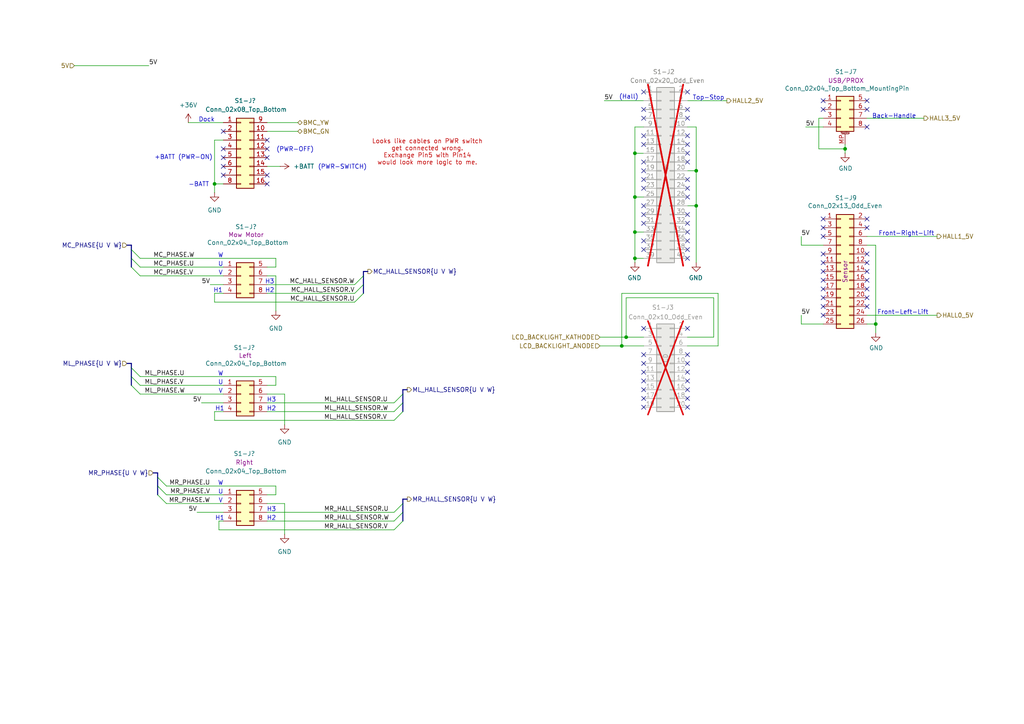
<source format=kicad_sch>
(kicad_sch (version 20250114) (generator "eeschema") (generator_version "9.0")
  (paper "A4")
  (title_block (title "OpenMower SABO Mainboard for Series I & II") (date "2025-02-26") (rev "v0.1") (company "Apeheanger <joerg@ebeling.ws> for OpenMower") (comment 1 "This design is licensed under CC BY-NC 4.0"))
  (lib_symbols
    (symbol "Connector_Generic:Conn_02x04_Top_Bottom" (pin_names (offset 1.016) (hide yes))
      (property "Reference" "J" (at 1.27 5.08 0))
      (property "Value" "Conn_02x04_Top_Bottom" (at 1.27 -7.62 0))
      (symbol "Conn_02x04_Top_Bottom_1_1"
        (rectangle (start -1.27 3.81) (end 3.81 -6.35) (stroke (width 0.254)) (fill (type background)))
        (rectangle (start -1.27 2.667) (end 0 2.413) (stroke (width 0.1524)))
        (rectangle (start -1.27 0.127) (end 0 -0.127) (stroke (width 0.1524)))
        (rectangle (start -1.27 -2.413) (end 0 -2.667) (stroke (width 0.1524)))
        (rectangle (start -1.27 -4.953) (end 0 -5.207) (stroke (width 0.1524)))
        (rectangle (start 3.81 2.667) (end 2.54 2.413) (stroke (width 0.1524)))
        (rectangle (start 3.81 0.127) (end 2.54 -0.127) (stroke (width 0.1524)))
        (rectangle (start 3.81 -2.413) (end 2.54 -2.667) (stroke (width 0.1524)))
        (rectangle (start 3.81 -4.953) (end 2.54 -5.207) (stroke (width 0.1524)))
        (pin passive line (at -5.08 2.54 0) (length 3.81) (name "Pin_1") (number "1"))
        (pin passive line (at -5.08 0 0) (length 3.81) (name "Pin_2") (number "2"))
        (pin passive line (at -5.08 -2.54 0) (length 3.81) (name "Pin_3") (number "3"))
        (pin passive line (at -5.08 -5.08 0) (length 3.81) (name "Pin_4") (number "4"))
        (pin passive line (at 7.62 2.54 180) (length 3.81) (name "Pin_5") (number "5"))
        (pin passive line (at 7.62 0 180) (length 3.81) (name "Pin_6") (number "6"))
        (pin passive line (at 7.62 -2.54 180) (length 3.81) (name "Pin_7") (number "7"))
        (pin passive line (at 7.62 -5.08 180) (length 3.81) (name "Pin_8") (number "8"))
      )
    )
    (symbol "Connector_Generic:Conn_02x08_Top_Bottom" (pin_names (offset 1.016) (hide yes))
      (property "Reference" "J" (at 1.27 10.16 0))
      (property "Value" "Conn_02x08_Top_Bottom" (at 1.27 -12.7 0))
      (symbol "Conn_02x08_Top_Bottom_1_1"
        (rectangle (start -1.27 8.89) (end 3.81 -11.43) (stroke (width 0.254)) (fill (type background)))
        (rectangle (start -1.27 7.747) (end 0 7.493) (stroke (width 0.1524)))
        (rectangle (start -1.27 5.207) (end 0 4.953) (stroke (width 0.1524)))
        (rectangle (start -1.27 2.667) (end 0 2.413) (stroke (width 0.1524)))
        (rectangle (start -1.27 0.127) (end 0 -0.127) (stroke (width 0.1524)))
        (rectangle (start -1.27 -2.413) (end 0 -2.667) (stroke (width 0.1524)))
        (rectangle (start -1.27 -4.953) (end 0 -5.207) (stroke (width 0.1524)))
        (rectangle (start -1.27 -7.493) (end 0 -7.747) (stroke (width 0.1524)))
        (rectangle (start -1.27 -10.033) (end 0 -10.287) (stroke (width 0.1524)))
        (rectangle (start 3.81 7.747) (end 2.54 7.493) (stroke (width 0.1524)))
        (rectangle (start 3.81 5.207) (end 2.54 4.953) (stroke (width 0.1524)))
        (rectangle (start 3.81 2.667) (end 2.54 2.413) (stroke (width 0.1524)))
        (rectangle (start 3.81 0.127) (end 2.54 -0.127) (stroke (width 0.1524)))
        (rectangle (start 3.81 -2.413) (end 2.54 -2.667) (stroke (width 0.1524)))
        (rectangle (start 3.81 -4.953) (end 2.54 -5.207) (stroke (width 0.1524)))
        (rectangle (start 3.81 -7.493) (end 2.54 -7.747) (stroke (width 0.1524)))
        (rectangle (start 3.81 -10.033) (end 2.54 -10.287) (stroke (width 0.1524)))
        (pin passive line (at -5.08 7.62 0) (length 3.81) (name "Pin_1") (number "1"))
        (pin passive line (at -5.08 5.08 0) (length 3.81) (name "Pin_2") (number "2"))
        (pin passive line (at -5.08 2.54 0) (length 3.81) (name "Pin_3") (number "3"))
        (pin passive line (at -5.08 0 0) (length 3.81) (name "Pin_4") (number "4"))
        (pin passive line (at -5.08 -2.54 0) (length 3.81) (name "Pin_5") (number "5"))
        (pin passive line (at -5.08 -5.08 0) (length 3.81) (name "Pin_6") (number "6"))
        (pin passive line (at -5.08 -7.62 0) (length 3.81) (name "Pin_7") (number "7"))
        (pin passive line (at -5.08 -10.16 0) (length 3.81) (name "Pin_8") (number "8"))
        (pin passive line (at 7.62 7.62 180) (length 3.81) (name "Pin_9") (number "9"))
        (pin passive line (at 7.62 5.08 180) (length 3.81) (name "Pin_10") (number "10"))
        (pin passive line (at 7.62 2.54 180) (length 3.81) (name "Pin_11") (number "11"))
        (pin passive line (at 7.62 0 180) (length 3.81) (name "Pin_12") (number "12"))
        (pin passive line (at 7.62 -2.54 180) (length 3.81) (name "Pin_13") (number "13"))
        (pin passive line (at 7.62 -5.08 180) (length 3.81) (name "Pin_14") (number "14"))
        (pin passive line (at 7.62 -7.62 180) (length 3.81) (name "Pin_15") (number "15"))
        (pin passive line (at 7.62 -10.16 180) (length 3.81) (name "Pin_16") (number "16"))
      )
    )
    (symbol "Connector_Generic:Conn_02x10_Odd_Even" (pin_names (offset 1.016) (hide yes))
      (property "Reference" "J" (at 1.27 12.7 0))
      (property "Value" "Conn_02x10_Odd_Even" (at 1.27 -15.24 0))
      (symbol "Conn_02x10_Odd_Even_1_1"
        (rectangle (start -1.27 11.43) (end 3.81 -13.97) (stroke (width 0.254)) (fill (type background)))
        (rectangle (start -1.27 10.287) (end 0 10.033) (stroke (width 0.1524)))
        (rectangle (start -1.27 7.747) (end 0 7.493) (stroke (width 0.1524)))
        (rectangle (start -1.27 5.207) (end 0 4.953) (stroke (width 0.1524)))
        (rectangle (start -1.27 2.667) (end 0 2.413) (stroke (width 0.1524)))
        (rectangle (start -1.27 0.127) (end 0 -0.127) (stroke (width 0.1524)))
        (rectangle (start -1.27 -2.413) (end 0 -2.667) (stroke (width 0.1524)))
        (rectangle (start -1.27 -4.953) (end 0 -5.207) (stroke (width 0.1524)))
        (rectangle (start -1.27 -7.493) (end 0 -7.747) (stroke (width 0.1524)))
        (rectangle (start -1.27 -10.033) (end 0 -10.287) (stroke (width 0.1524)))
        (rectangle (start -1.27 -12.573) (end 0 -12.827) (stroke (width 0.1524)))
        (rectangle (start 3.81 10.287) (end 2.54 10.033) (stroke (width 0.1524)))
        (rectangle (start 3.81 7.747) (end 2.54 7.493) (stroke (width 0.1524)))
        (rectangle (start 3.81 5.207) (end 2.54 4.953) (stroke (width 0.1524)))
        (rectangle (start 3.81 2.667) (end 2.54 2.413) (stroke (width 0.1524)))
        (rectangle (start 3.81 0.127) (end 2.54 -0.127) (stroke (width 0.1524)))
        (rectangle (start 3.81 -2.413) (end 2.54 -2.667) (stroke (width 0.1524)))
        (rectangle (start 3.81 -4.953) (end 2.54 -5.207) (stroke (width 0.1524)))
        (rectangle (start 3.81 -7.493) (end 2.54 -7.747) (stroke (width 0.1524)))
        (rectangle (start 3.81 -10.033) (end 2.54 -10.287) (stroke (width 0.1524)))
        (rectangle (start 3.81 -12.573) (end 2.54 -12.827) (stroke (width 0.1524)))
        (pin passive line (at -5.08 10.16 0) (length 3.81) (name "Pin_1") (number "1"))
        (pin passive line (at -5.08 7.62 0) (length 3.81) (name "Pin_3") (number "3"))
        (pin passive line (at -5.08 5.08 0) (length 3.81) (name "Pin_5") (number "5"))
        (pin passive line (at -5.08 2.54 0) (length 3.81) (name "Pin_7") (number "7"))
        (pin passive line (at -5.08 0 0) (length 3.81) (name "Pin_9") (number "9"))
        (pin passive line (at -5.08 -2.54 0) (length 3.81) (name "Pin_11") (number "11"))
        (pin passive line (at -5.08 -5.08 0) (length 3.81) (name "Pin_13") (number "13"))
        (pin passive line (at -5.08 -7.62 0) (length 3.81) (name "Pin_15") (number "15"))
        (pin passive line (at -5.08 -10.16 0) (length 3.81) (name "Pin_17") (number "17"))
        (pin passive line (at -5.08 -12.7 0) (length 3.81) (name "Pin_19") (number "19"))
        (pin passive line (at 7.62 10.16 180) (length 3.81) (name "Pin_2") (number "2"))
        (pin passive line (at 7.62 7.62 180) (length 3.81) (name "Pin_4") (number "4"))
        (pin passive line (at 7.62 5.08 180) (length 3.81) (name "Pin_6") (number "6"))
        (pin passive line (at 7.62 2.54 180) (length 3.81) (name "Pin_8") (number "8"))
        (pin passive line (at 7.62 0 180) (length 3.81) (name "Pin_10") (number "10"))
        (pin passive line (at 7.62 -2.54 180) (length 3.81) (name "Pin_12") (number "12"))
        (pin passive line (at 7.62 -5.08 180) (length 3.81) (name "Pin_14") (number "14"))
        (pin passive line (at 7.62 -7.62 180) (length 3.81) (name "Pin_16") (number "16"))
        (pin passive line (at 7.62 -10.16 180) (length 3.81) (name "Pin_18") (number "18"))
        (pin passive line (at 7.62 -12.7 180) (length 3.81) (name "Pin_20") (number "20"))
      )
    )
    (symbol "Connector_Generic:Conn_02x13_Odd_Even" (pin_names (offset 1.016) (hide yes))
      (property "Reference" "J" (at 1.27 17.78 0))
      (property "Value" "Conn_02x13_Odd_Even" (at 1.27 -17.78 0))
      (symbol "Conn_02x13_Odd_Even_1_1"
        (rectangle (start -1.27 16.51) (end 3.81 -16.51) (stroke (width 0.254)) (fill (type background)))
        (rectangle (start -1.27 15.367) (end 0 15.113) (stroke (width 0.1524)))
        (rectangle (start -1.27 12.827) (end 0 12.573) (stroke (width 0.1524)))
        (rectangle (start -1.27 10.287) (end 0 10.033) (stroke (width 0.1524)))
        (rectangle (start -1.27 7.747) (end 0 7.493) (stroke (width 0.1524)))
        (rectangle (start -1.27 5.207) (end 0 4.953) (stroke (width 0.1524)))
        (rectangle (start -1.27 2.667) (end 0 2.413) (stroke (width 0.1524)))
        (rectangle (start -1.27 0.127) (end 0 -0.127) (stroke (width 0.1524)))
        (rectangle (start -1.27 -2.413) (end 0 -2.667) (stroke (width 0.1524)))
        (rectangle (start -1.27 -4.953) (end 0 -5.207) (stroke (width 0.1524)))
        (rectangle (start -1.27 -7.493) (end 0 -7.747) (stroke (width 0.1524)))
        (rectangle (start -1.27 -10.033) (end 0 -10.287) (stroke (width 0.1524)))
        (rectangle (start -1.27 -12.573) (end 0 -12.827) (stroke (width 0.1524)))
        (rectangle (start -1.27 -15.113) (end 0 -15.367) (stroke (width 0.1524)))
        (rectangle (start 3.81 15.367) (end 2.54 15.113) (stroke (width 0.1524)))
        (rectangle (start 3.81 12.827) (end 2.54 12.573) (stroke (width 0.1524)))
        (rectangle (start 3.81 10.287) (end 2.54 10.033) (stroke (width 0.1524)))
        (rectangle (start 3.81 7.747) (end 2.54 7.493) (stroke (width 0.1524)))
        (rectangle (start 3.81 5.207) (end 2.54 4.953) (stroke (width 0.1524)))
        (rectangle (start 3.81 2.667) (end 2.54 2.413) (stroke (width 0.1524)))
        (rectangle (start 3.81 0.127) (end 2.54 -0.127) (stroke (width 0.1524)))
        (rectangle (start 3.81 -2.413) (end 2.54 -2.667) (stroke (width 0.1524)))
        (rectangle (start 3.81 -4.953) (end 2.54 -5.207) (stroke (width 0.1524)))
        (rectangle (start 3.81 -7.493) (end 2.54 -7.747) (stroke (width 0.1524)))
        (rectangle (start 3.81 -10.033) (end 2.54 -10.287) (stroke (width 0.1524)))
        (rectangle (start 3.81 -12.573) (end 2.54 -12.827) (stroke (width 0.1524)))
        (rectangle (start 3.81 -15.113) (end 2.54 -15.367) (stroke (width 0.1524)))
        (pin passive line (at -5.08 15.24 0) (length 3.81) (name "Pin_1") (number "1"))
        (pin passive line (at -5.08 12.7 0) (length 3.81) (name "Pin_3") (number "3"))
        (pin passive line (at -5.08 10.16 0) (length 3.81) (name "Pin_5") (number "5"))
        (pin passive line (at -5.08 7.62 0) (length 3.81) (name "Pin_7") (number "7"))
        (pin passive line (at -5.08 5.08 0) (length 3.81) (name "Pin_9") (number "9"))
        (pin passive line (at -5.08 2.54 0) (length 3.81) (name "Pin_11") (number "11"))
        (pin passive line (at -5.08 0 0) (length 3.81) (name "Pin_13") (number "13"))
        (pin passive line (at -5.08 -2.54 0) (length 3.81) (name "Pin_15") (number "15"))
        (pin passive line (at -5.08 -5.08 0) (length 3.81) (name "Pin_17") (number "17"))
        (pin passive line (at -5.08 -7.62 0) (length 3.81) (name "Pin_19") (number "19"))
        (pin passive line (at -5.08 -10.16 0) (length 3.81) (name "Pin_21") (number "21"))
        (pin passive line (at -5.08 -12.7 0) (length 3.81) (name "Pin_23") (number "23"))
        (pin passive line (at -5.08 -15.24 0) (length 3.81) (name "Pin_25") (number "25"))
        (pin passive line (at 7.62 15.24 180) (length 3.81) (name "Pin_2") (number "2"))
        (pin passive line (at 7.62 12.7 180) (length 3.81) (name "Pin_4") (number "4"))
        (pin passive line (at 7.62 10.16 180) (length 3.81) (name "Pin_6") (number "6"))
        (pin passive line (at 7.62 7.62 180) (length 3.81) (name "Pin_8") (number "8"))
        (pin passive line (at 7.62 5.08 180) (length 3.81) (name "Pin_10") (number "10"))
        (pin passive line (at 7.62 2.54 180) (length 3.81) (name "Pin_12") (number "12"))
        (pin passive line (at 7.62 0 180) (length 3.81) (name "Pin_14") (number "14"))
        (pin passive line (at 7.62 -2.54 180) (length 3.81) (name "Pin_16") (number "16"))
        (pin passive line (at 7.62 -5.08 180) (length 3.81) (name "Pin_18") (number "18"))
        (pin passive line (at 7.62 -7.62 180) (length 3.81) (name "Pin_20") (number "20"))
        (pin passive line (at 7.62 -10.16 180) (length 3.81) (name "Pin_22") (number "22"))
        (pin passive line (at 7.62 -12.7 180) (length 3.81) (name "Pin_24") (number "24"))
        (pin passive line (at 7.62 -15.24 180) (length 3.81) (name "Pin_26") (number "26"))
      )
    )
    (symbol "Connector_Generic:Conn_02x20_Odd_Even" (pin_names (offset 1.016) (hide yes))
      (property "Reference" "J" (at 1.27 25.4 0))
      (property "Value" "Conn_02x20_Odd_Even" (at 1.27 -27.94 0))
      (symbol "Conn_02x20_Odd_Even_1_1"
        (rectangle (start -1.27 24.13) (end 3.81 -26.67) (stroke (width 0.254)) (fill (type background)))
        (rectangle (start -1.27 22.987) (end 0 22.733) (stroke (width 0.1524)))
        (rectangle (start -1.27 20.447) (end 0 20.193) (stroke (width 0.1524)))
        (rectangle (start -1.27 17.907) (end 0 17.653) (stroke (width 0.1524)))
        (rectangle (start -1.27 15.367) (end 0 15.113) (stroke (width 0.1524)))
        (rectangle (start -1.27 12.827) (end 0 12.573) (stroke (width 0.1524)))
        (rectangle (start -1.27 10.287) (end 0 10.033) (stroke (width 0.1524)))
        (rectangle (start -1.27 7.747) (end 0 7.493) (stroke (width 0.1524)))
        (rectangle (start -1.27 5.207) (end 0 4.953) (stroke (width 0.1524)))
        (rectangle (start -1.27 2.667) (end 0 2.413) (stroke (width 0.1524)))
        (rectangle (start -1.27 0.127) (end 0 -0.127) (stroke (width 0.1524)))
        (rectangle (start -1.27 -2.413) (end 0 -2.667) (stroke (width 0.1524)))
        (rectangle (start -1.27 -4.953) (end 0 -5.207) (stroke (width 0.1524)))
        (rectangle (start -1.27 -7.493) (end 0 -7.747) (stroke (width 0.1524)))
        (rectangle (start -1.27 -10.033) (end 0 -10.287) (stroke (width 0.1524)))
        (rectangle (start -1.27 -12.573) (end 0 -12.827) (stroke (width 0.1524)))
        (rectangle (start -1.27 -15.113) (end 0 -15.367) (stroke (width 0.1524)))
        (rectangle (start -1.27 -17.653) (end 0 -17.907) (stroke (width 0.1524)))
        (rectangle (start -1.27 -20.193) (end 0 -20.447) (stroke (width 0.1524)))
        (rectangle (start -1.27 -22.733) (end 0 -22.987) (stroke (width 0.1524)))
        (rectangle (start -1.27 -25.273) (end 0 -25.527) (stroke (width 0.1524)))
        (rectangle (start 3.81 22.987) (end 2.54 22.733) (stroke (width 0.1524)))
        (rectangle (start 3.81 20.447) (end 2.54 20.193) (stroke (width 0.1524)))
        (rectangle (start 3.81 17.907) (end 2.54 17.653) (stroke (width 0.1524)))
        (rectangle (start 3.81 15.367) (end 2.54 15.113) (stroke (width 0.1524)))
        (rectangle (start 3.81 12.827) (end 2.54 12.573) (stroke (width 0.1524)))
        (rectangle (start 3.81 10.287) (end 2.54 10.033) (stroke (width 0.1524)))
        (rectangle (start 3.81 7.747) (end 2.54 7.493) (stroke (width 0.1524)))
        (rectangle (start 3.81 5.207) (end 2.54 4.953) (stroke (width 0.1524)))
        (rectangle (start 3.81 2.667) (end 2.54 2.413) (stroke (width 0.1524)))
        (rectangle (start 3.81 0.127) (end 2.54 -0.127) (stroke (width 0.1524)))
        (rectangle (start 3.81 -2.413) (end 2.54 -2.667) (stroke (width 0.1524)))
        (rectangle (start 3.81 -4.953) (end 2.54 -5.207) (stroke (width 0.1524)))
        (rectangle (start 3.81 -7.493) (end 2.54 -7.747) (stroke (width 0.1524)))
        (rectangle (start 3.81 -10.033) (end 2.54 -10.287) (stroke (width 0.1524)))
        (rectangle (start 3.81 -12.573) (end 2.54 -12.827) (stroke (width 0.1524)))
        (rectangle (start 3.81 -15.113) (end 2.54 -15.367) (stroke (width 0.1524)))
        (rectangle (start 3.81 -17.653) (end 2.54 -17.907) (stroke (width 0.1524)))
        (rectangle (start 3.81 -20.193) (end 2.54 -20.447) (stroke (width 0.1524)))
        (rectangle (start 3.81 -22.733) (end 2.54 -22.987) (stroke (width 0.1524)))
        (rectangle (start 3.81 -25.273) (end 2.54 -25.527) (stroke (width 0.1524)))
        (pin passive line (at -5.08 22.86 0) (length 3.81) (name "Pin_1") (number "1"))
        (pin passive line (at -5.08 20.32 0) (length 3.81) (name "Pin_3") (number "3"))
        (pin passive line (at -5.08 17.78 0) (length 3.81) (name "Pin_5") (number "5"))
        (pin passive line (at -5.08 15.24 0) (length 3.81) (name "Pin_7") (number "7"))
        (pin passive line (at -5.08 12.7 0) (length 3.81) (name "Pin_9") (number "9"))
        (pin passive line (at -5.08 10.16 0) (length 3.81) (name "Pin_11") (number "11"))
        (pin passive line (at -5.08 7.62 0) (length 3.81) (name "Pin_13") (number "13"))
        (pin passive line (at -5.08 5.08 0) (length 3.81) (name "Pin_15") (number "15"))
        (pin passive line (at -5.08 2.54 0) (length 3.81) (name "Pin_17") (number "17"))
        (pin passive line (at -5.08 0 0) (length 3.81) (name "Pin_19") (number "19"))
        (pin passive line (at -5.08 -2.54 0) (length 3.81) (name "Pin_21") (number "21"))
        (pin passive line (at -5.08 -5.08 0) (length 3.81) (name "Pin_23") (number "23"))
        (pin passive line (at -5.08 -7.62 0) (length 3.81) (name "Pin_25") (number "25"))
        (pin passive line (at -5.08 -10.16 0) (length 3.81) (name "Pin_27") (number "27"))
        (pin passive line (at -5.08 -12.7 0) (length 3.81) (name "Pin_29") (number "29"))
        (pin passive line (at -5.08 -15.24 0) (length 3.81) (name "Pin_31") (number "31"))
        (pin passive line (at -5.08 -17.78 0) (length 3.81) (name "Pin_33") (number "33"))
        (pin passive line (at -5.08 -20.32 0) (length 3.81) (name "Pin_35") (number "35"))
        (pin passive line (at -5.08 -22.86 0) (length 3.81) (name "Pin_37") (number "37"))
        (pin passive line (at -5.08 -25.4 0) (length 3.81) (name "Pin_39") (number "39"))
        (pin passive line (at 7.62 22.86 180) (length 3.81) (name "Pin_2") (number "2"))
        (pin passive line (at 7.62 20.32 180) (length 3.81) (name "Pin_4") (number "4"))
        (pin passive line (at 7.62 17.78 180) (length 3.81) (name "Pin_6") (number "6"))
        (pin passive line (at 7.62 15.24 180) (length 3.81) (name "Pin_8") (number "8"))
        (pin passive line (at 7.62 12.7 180) (length 3.81) (name "Pin_10") (number "10"))
        (pin passive line (at 7.62 10.16 180) (length 3.81) (name "Pin_12") (number "12"))
        (pin passive line (at 7.62 7.62 180) (length 3.81) (name "Pin_14") (number "14"))
        (pin passive line (at 7.62 5.08 180) (length 3.81) (name "Pin_16") (number "16"))
        (pin passive line (at 7.62 2.54 180) (length 3.81) (name "Pin_18") (number "18"))
        (pin passive line (at 7.62 0 180) (length 3.81) (name "Pin_20") (number "20"))
        (pin passive line (at 7.62 -2.54 180) (length 3.81) (name "Pin_22") (number "22"))
        (pin passive line (at 7.62 -5.08 180) (length 3.81) (name "Pin_24") (number "24"))
        (pin passive line (at 7.62 -7.62 180) (length 3.81) (name "Pin_26") (number "26"))
        (pin passive line (at 7.62 -10.16 180) (length 3.81) (name "Pin_28") (number "28"))
        (pin passive line (at 7.62 -12.7 180) (length 3.81) (name "Pin_30") (number "30"))
        (pin passive line (at 7.62 -15.24 180) (length 3.81) (name "Pin_32") (number "32"))
        (pin passive line (at 7.62 -17.78 180) (length 3.81) (name "Pin_34") (number "34"))
        (pin passive line (at 7.62 -20.32 180) (length 3.81) (name "Pin_36") (number "36"))
        (pin passive line (at 7.62 -22.86 180) (length 3.81) (name "Pin_38") (number "38"))
        (pin passive line (at 7.62 -25.4 180) (length 3.81) (name "Pin_40") (number "40"))
      )
    )
    (symbol "Connector_Generic_MountingPin:Conn_02x04_Top_Bottom_MountingPin" (pin_names (offset 1.016) (hide yes))
      (property "Reference" "J" (at 1.27 5.08 0))
      (property "Value" "Conn_02x04_Top_Bottom_MountingPin" (at 2.54 -7.62 0))
      (symbol "Conn_02x04_Top_Bottom_MountingPin_1_1"
        (rectangle (start -1.27 3.81) (end 3.81 -6.35) (stroke (width 0.254)) (fill (type background)))
        (rectangle (start -1.27 2.667) (end 0 2.413) (stroke (width 0.1524)))
        (rectangle (start -1.27 0.127) (end 0 -0.127) (stroke (width 0.1524)))
        (rectangle (start -1.27 -2.413) (end 0 -2.667) (stroke (width 0.1524)))
        (rectangle (start -1.27 -4.953) (end 0 -5.207) (stroke (width 0.1524)))
        (polyline (pts (xy 0.254 -7.112) (xy 2.286 -7.112)) (stroke (width 0.1524)))
        (rectangle (start 3.81 2.667) (end 2.54 2.413) (stroke (width 0.1524)))
        (rectangle (start 3.81 0.127) (end 2.54 -0.127) (stroke (width 0.1524)))
        (rectangle (start 3.81 -2.413) (end 2.54 -2.667) (stroke (width 0.1524)))
        (rectangle (start 3.81 -4.953) (end 2.54 -5.207) (stroke (width 0.1524)))
        (text "Mounting" (at 1.27 -6.731 0) (effects (font (size 0.381 0.381))))
        (pin passive line (at -5.08 2.54 0) (length 3.81) (name "Pin_1") (number "1"))
        (pin passive line (at -5.08 0 0) (length 3.81) (name "Pin_2") (number "2"))
        (pin passive line (at -5.08 -2.54 0) (length 3.81) (name "Pin_3") (number "3"))
        (pin passive line (at -5.08 -5.08 0) (length 3.81) (name "Pin_4") (number "4"))
        (pin passive line (at 1.27 -10.16 90) (length 3.048) (name "MountPin") (number "MP"))
        (pin passive line (at 7.62 2.54 180) (length 3.81) (name "Pin_5") (number "5"))
        (pin passive line (at 7.62 0 180) (length 3.81) (name "Pin_6") (number "6"))
        (pin passive line (at 7.62 -2.54 180) (length 3.81) (name "Pin_7") (number "7"))
        (pin passive line (at 7.62 -5.08 180) (length 3.81) (name "Pin_8") (number "8"))
      )
    )
    (symbol "power:+36V" (power) (pin_numbers (hide yes)) (pin_names (offset 0) (hide yes))
      (property "Value" "+36V" (at 0 3.556 0))
      (symbol "+36V_0_1"
        (polyline (pts (xy -0.762 1.27) (xy 0 2.54)))
        (polyline (pts (xy 0 2.54) (xy 0.762 1.27)))
        (polyline (pts (xy 0 0) (xy 0 2.54)))
      )
      (symbol "+36V_1_1"
        (pin power_in line (at 0 0 90) (length 0) (name "~") (number "1"))
      )
    )
    (symbol "power:+BATT" (power) (pin_numbers (hide yes)) (pin_names (offset 0) (hide yes))
      (property "Value" "+BATT" (at 0 3.556 0))
      (symbol "+BATT_0_1"
        (polyline (pts (xy -0.762 1.27) (xy 0 2.54)))
        (polyline (pts (xy 0 2.54) (xy 0.762 1.27)))
        (polyline (pts (xy 0 0) (xy 0 2.54)))
      )
      (symbol "+BATT_1_1"
        (pin power_in line (at 0 0 90) (length 0) (name "~") (number "1"))
      )
    )
    (symbol "power:GND" (power) (pin_numbers (hide yes)) (pin_names (offset 0) (hide yes))
      (property "Value" "GND" (at 0 -3.81 0))
      (symbol "GND_0_1"
        (polyline (pts (xy 0 0) (xy 0 -1.27) (xy 1.27 -1.27) (xy 0 -2.54) (xy -1.27 -1.27) (xy 0 -1.27)))
      )
      (symbol "GND_1_1"
        (pin power_in line (at 0 0 270) (length 0) (name "~") (number "1"))
      )
    )
  )
  (text "H2" (at 78.232 84.328 0) (effects (font (size 1.27 1.27))))
  (text "(PWR-SWITCH)" (at 99.314 48.514 0) (effects (font (size 1.27 1.27))))
  (text "(PWR-OFF)" (at 85.598 43.434 0) (effects (font (size 1.27 1.27))))
  (text "H3" (at 78.74 147.828 0) (effects (font (size 1.27 1.27))))
  (text "H1" (at 63.754 150.368 0) (effects (font (size 1.27 1.27))))
  (text "Back-Handle" (at 259.334 33.782 0) (effects (font (size 1.27 1.27))))
  (text "+BATT (PWR-ON)" (at 61.722 45.72 0) (effects (font (size 1.27 1.27)) (justify right)))
  (text "U" (at 64.008 110.998 0) (effects (font (size 1.27 1.27))))
  (text "V" (at 64.008 79.248 0) (effects (font (size 1.27 1.27))))
  (text "-BATT" (at 60.706 53.594 0) (effects (font (size 1.27 1.27)) (justify right)))
  (text "H2" (at 78.74 150.368 0) (effects (font (size 1.27 1.27))))
  (text "W" (at 64.008 74.168 0) (effects (font (size 1.27 1.27))))
  (text "Looks like cables on PWR switch\nget connected wrong.\nExchange Pin5 with Pin14\nwould look more logic to me." (at 123.952 44.196 0) (effects (font (size 1.27 1.27))))
  (text "Front-Right-Lift" (at 262.89 67.818 0) (effects (font (size 1.27 1.27))))
  (text "Dock" (at 59.944 34.798 0) (effects (font (size 1.27 1.27))))
  (text "H3" (at 78.74 116.078 0) (effects (font (size 1.27 1.27))))
  (text "H2" (at 78.74 118.618 0) (effects (font (size 1.27 1.27))))
  (text "V" (at 64.008 113.538 0) (effects (font (size 1.27 1.27))))
  (text "U" (at 64.008 142.748 0) (effects (font (size 1.27 1.27))))
  (text "W" (at 64.008 108.458 0) (effects (font (size 1.27 1.27))))
  (text "W" (at 64.008 140.208 0) (effects (font (size 1.27 1.27))))
  (text "U" (at 64.008 76.708 0) (effects (font (size 1.27 1.27))))
  (text "Front-Left-Lift" (at 261.874 90.678 0) (effects (font (size 1.27 1.27))))
  (text "(Hall)" (at 182.372 28.194 0) (effects (font (size 1.27 1.27))))
  (text "H1" (at 63.754 118.618 0) (effects (font (size 1.27 1.27))))
  (text "V" (at 64.008 145.288 0) (effects (font (size 1.27 1.27))))
  (text "H3" (at 78.232 81.788 0) (effects (font (size 1.27 1.27))))
  (text "Top-Stop" (at 205.486 28.448 0) (effects (font (size 1.27 1.27))))
  (text "H1" (at 63.246 84.328 0) (effects (font (size 1.27 1.27))))
  (junction (at 62.23 53.34))
  (junction (at 184.15 44.45))
  (junction (at 181.61 97.79))
  (junction (at 184.15 67.31))
  (junction (at 245.11 43.18))
  (junction (at 254 93.98))
  (junction (at 201.93 59.69))
  (junction (at 201.93 49.53))
  (junction (at 180.34 100.33))
  (junction (at 184.15 74.93))
  (junction (at 184.15 57.15))
  (no_connect (at 186.69 105.41))
  (no_connect (at 199.39 31.75))
  (no_connect (at 186.69 69.85))
  (no_connect (at 199.39 95.25))
  (no_connect (at 77.47 45.72))
  (no_connect (at 238.76 91.44))
  (no_connect (at 251.46 31.75))
  (no_connect (at 199.39 64.77))
  (no_connect (at 199.39 54.61))
  (no_connect (at 251.46 83.82))
  (no_connect (at 64.77 45.72))
  (no_connect (at 186.69 72.39))
  (no_connect (at 186.69 102.87))
  (no_connect (at 64.77 50.8))
  (no_connect (at 199.39 41.91))
  (no_connect (at 77.47 50.8))
  (no_connect (at 186.69 115.57))
  (no_connect (at 199.39 107.95))
  (no_connect (at 238.76 78.74))
  (no_connect (at 251.46 76.2))
  (no_connect (at 64.77 43.18))
  (no_connect (at 77.47 40.64))
  (no_connect (at 238.76 68.58))
  (no_connect (at 238.76 73.66))
  (no_connect (at 186.69 46.99))
  (no_connect (at 238.76 31.75))
  (no_connect (at 199.39 115.57))
  (no_connect (at 64.77 48.26))
  (no_connect (at 199.39 69.85))
  (no_connect (at 186.69 31.75))
  (no_connect (at 251.46 36.83))
  (no_connect (at 251.46 78.74))
  (no_connect (at 238.76 88.9))
  (no_connect (at 238.76 81.28))
  (no_connect (at 199.39 34.29))
  (no_connect (at 199.39 46.99))
  (no_connect (at 186.69 62.23))
  (no_connect (at 238.76 83.82))
  (no_connect (at 186.69 26.67))
  (no_connect (at 186.69 118.11))
  (no_connect (at 186.69 49.53))
  (no_connect (at 199.39 57.15))
  (no_connect (at 199.39 26.67))
  (no_connect (at 251.46 66.04))
  (no_connect (at 251.46 88.9))
  (no_connect (at 251.46 86.36))
  (no_connect (at 199.39 113.03))
  (no_connect (at 199.39 110.49))
  (no_connect (at 77.47 43.18))
  (no_connect (at 238.76 76.2))
  (no_connect (at 186.69 59.69))
  (no_connect (at 238.76 29.21))
  (no_connect (at 251.46 73.66))
  (no_connect (at 199.39 44.45))
  (no_connect (at 251.46 29.21))
  (no_connect (at 238.76 63.5))
  (no_connect (at 199.39 102.87))
  (no_connect (at 186.69 107.95))
  (no_connect (at 186.69 54.61))
  (no_connect (at 199.39 72.39))
  (no_connect (at 238.76 86.36))
  (no_connect (at 186.69 95.25))
  (no_connect (at 238.76 66.04))
  (no_connect (at 199.39 105.41))
  (no_connect (at 199.39 52.07))
  (no_connect (at 186.69 39.37))
  (no_connect (at 186.69 34.29))
  (no_connect (at 199.39 67.31))
  (no_connect (at 251.46 63.5))
  (no_connect (at 186.69 64.77))
  (no_connect (at 199.39 39.37))
  (no_connect (at 199.39 62.23))
  (no_connect (at 186.69 110.49))
  (no_connect (at 186.69 41.91))
  (no_connect (at 251.46 81.28))
  (no_connect (at 64.77 38.1))
  (no_connect (at 77.47 53.34))
  (no_connect (at 199.39 74.93))
  (no_connect (at 186.69 113.03))
  (no_connect (at 186.69 52.07))
  (no_connect (at 199.39 118.11))
  (bus_entry (at 116.84 114.3) (size -2.54 2.54))
  (bus_entry (at 40.64 114.3) (size -2.54 -2.54))
  (bus_entry (at 116.84 146.05) (size -2.54 2.54))
  (bus_entry (at 40.64 109.22) (size -2.54 -2.54))
  (bus_entry (at 105.41 85.09) (size -2.54 2.54))
  (bus_entry (at 48.26 143.51) (size -2.54 -2.54))
  (bus_entry (at 116.84 148.59) (size -2.54 2.54))
  (bus_entry (at 40.64 111.76) (size -2.54 -2.54))
  (bus_entry (at 48.26 146.05) (size -2.54 -2.54))
  (bus_entry (at 105.41 80.01) (size -2.54 2.54))
  (bus_entry (at 40.64 77.47) (size -2.54 -2.54))
  (bus_entry (at 116.84 151.13) (size -2.54 2.54))
  (bus_entry (at 40.64 80.01) (size -2.54 -2.54))
  (bus_entry (at 116.84 119.38) (size -2.54 2.54))
  (bus_entry (at 105.41 82.55) (size -2.54 2.54))
  (bus_entry (at 48.26 140.97) (size -2.54 -2.54))
  (bus_entry (at 40.64 74.93) (size -2.54 -2.54))
  (bus_entry (at 116.84 116.84) (size -2.54 2.54))
  (wire (pts (xy 77.47 85.09) (xy 102.87 85.09)))
  (wire (pts (xy 40.64 111.76) (xy 64.77 111.76)))
  (wire (pts (xy 184.15 44.45) (xy 186.69 44.45)))
  (wire (pts (xy 245.11 43.18) (xy 245.11 41.91)))
  (wire (pts (xy 62.23 85.09) (xy 64.77 85.09)))
  (wire (pts (xy 173.99 100.33) (xy 180.34 100.33)))
  (wire (pts (xy 232.41 91.44) (xy 232.41 93.98)))
  (wire (pts (xy 77.47 116.84) (xy 114.3 116.84)))
  (wire (pts (xy 180.34 100.33) (xy 186.69 100.33)))
  (wire (pts (xy 184.15 57.15) (xy 186.69 57.15)))
  (wire (pts (xy 40.64 109.22) (xy 80.01 109.22)))
  (wire (pts (xy 57.15 148.59) (xy 64.77 148.59)))
  (wire (pts (xy 184.15 44.45) (xy 184.15 57.15)))
  (bus (pts (xy 38.1 109.22) (xy 38.1 106.68)))
  (bus (pts (xy 38.1 72.39) (xy 38.1 71.12)))
  (wire (pts (xy 77.47 82.55) (xy 102.87 82.55)))
  (wire (pts (xy 184.15 36.83) (xy 184.15 44.45)))
  (wire (pts (xy 64.77 40.64) (xy 62.23 40.64)))
  (wire (pts (xy 64.77 151.13) (xy 63.5 151.13)))
  (bus (pts (xy 118.11 113.03) (xy 116.84 113.03)))
  (wire (pts (xy 63.5 153.67) (xy 114.3 153.67)))
  (wire (pts (xy 80.01 74.93) (xy 80.01 77.47)))
  (wire (pts (xy 77.47 151.13) (xy 114.3 151.13)))
  (bus (pts (xy 38.1 74.93) (xy 38.1 72.39)))
  (wire (pts (xy 254 93.98) (xy 254 96.52)))
  (wire (pts (xy 184.15 57.15) (xy 184.15 67.31)))
  (wire (pts (xy 54.61 35.56) (xy 64.77 35.56)))
  (wire (pts (xy 232.41 93.98) (xy 238.76 93.98)))
  (wire (pts (xy 237.49 43.18) (xy 245.11 43.18)))
  (wire (pts (xy 201.93 59.69) (xy 201.93 76.2)))
  (wire (pts (xy 245.11 44.45) (xy 245.11 43.18)))
  (wire (pts (xy 181.61 97.79) (xy 186.69 97.79)))
  (wire (pts (xy 237.49 34.29) (xy 237.49 43.18)))
  (wire (pts (xy 77.47 146.05) (xy 82.55 146.05)))
  (wire (pts (xy 40.64 114.3) (xy 64.77 114.3)))
  (wire (pts (xy 199.39 49.53) (xy 201.93 49.53)))
  (wire (pts (xy 173.99 97.79) (xy 181.61 97.79)))
  (wire (pts (xy 48.26 143.51) (xy 64.77 143.51)))
  (wire (pts (xy 199.39 29.21) (xy 210.82 29.21)))
  (wire (pts (xy 40.64 77.47) (xy 64.77 77.47)))
  (bus (pts (xy 106.68 78.74) (xy 105.41 78.74)))
  (wire (pts (xy 251.46 68.58) (xy 271.78 68.58)))
  (wire (pts (xy 199.39 59.69) (xy 201.93 59.69)))
  (wire (pts (xy 207.01 86.36) (xy 181.61 86.36)))
  (bus (pts (xy 116.84 116.84) (xy 116.84 119.38)))
  (wire (pts (xy 77.47 77.47) (xy 80.01 77.47)))
  (wire (pts (xy 199.39 97.79) (xy 207.01 97.79)))
  (wire (pts (xy 180.34 100.33) (xy 180.34 85.09)))
  (bus (pts (xy 45.72 138.43) (xy 45.72 137.16)))
  (wire (pts (xy 62.23 53.34) (xy 64.77 53.34)))
  (wire (pts (xy 40.64 74.93) (xy 80.01 74.93)))
  (bus (pts (xy 38.1 71.12) (xy 36.83 71.12)))
  (bus (pts (xy 38.1 109.22) (xy 38.1 111.76)))
  (wire (pts (xy 77.47 111.76) (xy 80.01 111.76)))
  (wire (pts (xy 48.26 146.05) (xy 64.77 146.05)))
  (wire (pts (xy 62.23 40.64) (xy 62.23 53.34)))
  (wire (pts (xy 62.23 53.34) (xy 62.23 55.88)))
  (wire (pts (xy 62.23 121.92) (xy 114.3 121.92)))
  (bus (pts (xy 118.11 144.78) (xy 116.84 144.78)))
  (wire (pts (xy 80.01 80.01) (xy 80.01 90.17)))
  (wire (pts (xy 251.46 93.98) (xy 254 93.98)))
  (wire (pts (xy 77.47 48.26) (xy 81.28 48.26)))
  (bus (pts (xy 105.41 82.55) (xy 105.41 85.09)))
  (bus (pts (xy 116.84 146.05) (xy 116.84 148.59)))
  (wire (pts (xy 63.5 151.13) (xy 63.5 153.67)))
  (bus (pts (xy 105.41 80.01) (xy 105.41 82.55)))
  (wire (pts (xy 48.26 140.97) (xy 80.01 140.97)))
  (wire (pts (xy 251.46 71.12) (xy 254 71.12)))
  (wire (pts (xy 180.34 85.09) (xy 208.28 85.09)))
  (wire (pts (xy 77.47 148.59) (xy 114.3 148.59)))
  (wire (pts (xy 207.01 97.79) (xy 207.01 86.36)))
  (wire (pts (xy 62.23 119.38) (xy 62.23 121.92)))
  (wire (pts (xy 77.47 35.56) (xy 86.36 35.56)))
  (wire (pts (xy 77.47 143.51) (xy 80.01 143.51)))
  (wire (pts (xy 64.77 119.38) (xy 62.23 119.38)))
  (wire (pts (xy 184.15 74.93) (xy 186.69 74.93)))
  (wire (pts (xy 232.41 68.58) (xy 232.41 71.12)))
  (bus (pts (xy 45.72 137.16) (xy 44.45 137.16)))
  (wire (pts (xy 102.87 87.63) (xy 62.23 87.63)))
  (wire (pts (xy 184.15 67.31) (xy 184.15 74.93)))
  (wire (pts (xy 238.76 34.29) (xy 237.49 34.29)))
  (wire (pts (xy 251.46 91.44) (xy 271.78 91.44)))
  (wire (pts (xy 77.47 119.38) (xy 114.3 119.38)))
  (bus (pts (xy 116.84 113.03) (xy 116.84 114.3)))
  (wire (pts (xy 62.23 87.63) (xy 62.23 85.09)))
  (bus (pts (xy 38.1 106.68) (xy 38.1 105.41)))
  (bus (pts (xy 45.72 140.97) (xy 45.72 138.43)))
  (wire (pts (xy 21.59 19.05) (xy 43.18 19.05)))
  (wire (pts (xy 233.68 36.83) (xy 238.76 36.83)))
  (bus (pts (xy 38.1 77.47) (xy 38.1 74.93)))
  (wire (pts (xy 175.26 29.21) (xy 186.69 29.21)))
  (bus (pts (xy 45.72 140.97) (xy 45.72 143.51)))
  (wire (pts (xy 254 71.12) (xy 254 93.98)))
  (wire (pts (xy 184.15 67.31) (xy 186.69 67.31)))
  (bus (pts (xy 116.84 114.3) (xy 116.84 116.84)))
  (bus (pts (xy 116.84 148.59) (xy 116.84 151.13)))
  (bus (pts (xy 38.1 105.41) (xy 36.83 105.41)))
  (wire (pts (xy 64.77 116.84) (xy 58.42 116.84)))
  (wire (pts (xy 82.55 146.05) (xy 82.55 154.94)))
  (wire (pts (xy 77.47 80.01) (xy 80.01 80.01)))
  (wire (pts (xy 251.46 34.29) (xy 267.97 34.29)))
  (wire (pts (xy 232.41 71.12) (xy 238.76 71.12)))
  (wire (pts (xy 80.01 143.51) (xy 80.01 140.97)))
  (wire (pts (xy 184.15 74.93) (xy 184.15 76.2)))
  (wire (pts (xy 201.93 49.53) (xy 201.93 59.69)))
  (wire (pts (xy 199.39 36.83) (xy 201.93 36.83)))
  (wire (pts (xy 82.55 123.19) (xy 82.55 114.3)))
  (wire (pts (xy 181.61 86.36) (xy 181.61 97.79)))
  (wire (pts (xy 80.01 109.22) (xy 80.01 111.76)))
  (wire (pts (xy 208.28 100.33) (xy 199.39 100.33)))
  (wire (pts (xy 60.96 82.55) (xy 64.77 82.55)))
  (wire (pts (xy 186.69 36.83) (xy 184.15 36.83)))
  (bus (pts (xy 116.84 144.78) (xy 116.84 146.05)))
  (wire (pts (xy 77.47 114.3) (xy 82.55 114.3)))
  (wire (pts (xy 201.93 36.83) (xy 201.93 49.53)))
  (wire (pts (xy 208.28 85.09) (xy 208.28 100.33)))
  (bus (pts (xy 105.41 78.74) (xy 105.41 80.01)))
  (wire (pts (xy 40.64 80.01) (xy 64.77 80.01)))
  (wire (pts (xy 77.47 38.1) (xy 86.36 38.1)))
  (label "5V" (at 233.68 36.83 0))
  (label "MC_PHASE.W" (at 44.45 74.93 0))
  (label "5V" (at 232.41 68.58 0))
  (label "MR_PHASE.U" (at 60.96 140.97 180))
  (label "MC_HALL_SENSOR.W" (at 102.87 82.55 180))
  (label "MR_PHASE.V" (at 60.96 143.51 180))
  (label "ML_HALL_SENSOR.U" (at 93.98 116.84 0))
  (label "ML_PHASE.U" (at 41.91 109.22 0))
  (label "MC_PHASE.V" (at 44.45 80.01 0))
  (label "ML_HALL_SENSOR.W" (at 93.98 119.38 0))
  (label "ML_PHASE.V" (at 41.91 111.76 0))
  (label "MC_HALL_SENSOR.V" (at 102.87 85.09 180))
  (label "ML_HALL_SENSOR.V" (at 93.98 121.92 0))
  (label "MC_PHASE.U" (at 44.45 77.47 0))
  (label "MR_HALL_SENSOR.V" (at 93.98 153.67 0))
  (label "ML_PHASE.W" (at 41.91 114.3 0))
  (label "5V" (at 43.18 19.05 0))
  (label "MC_HALL_SENSOR.U" (at 102.87 87.63 180))
  (label "5V" (at 232.41 91.44 0))
  (label "MR_HALL_SENSOR.W" (at 93.98 151.13 0))
  (label "MR_PHASE.W" (at 60.96 146.05 180))
  (label "5V" (at 175.26 29.21 0))
  (label "MR_HALL_SENSOR.U" (at 93.98 148.59 0))
  (label "5V" (at 58.42 116.84 180))
  (label "5V" (at 60.96 82.55 180))
  (label "5V" (at 57.15 148.59 180))
  (hierarchical_label "5V" (shape input) (at 21.59 19.05 180))
  (hierarchical_label "BMC_GN" (shape bidirectional) (at 86.36 38.1 0))
  (hierarchical_label "ML_HALL_SENSOR{U V W}" (shape output) (at 118.11 113.03 0))
  (hierarchical_label "LCD_BACKLIGHT_ANODE" (shape input) (at 173.99 100.33 180))
  (hierarchical_label "HALL1_5V" (shape output) (at 271.78 68.58 0))
  (hierarchical_label "MR_PHASE{U V W}" (shape input) (at 44.45 137.16 180))
  (hierarchical_label "HALL2_5V" (shape output) (at 210.82 29.21 0))
  (hierarchical_label "HALL3_5V" (shape output) (at 267.97 34.29 0))
  (hierarchical_label "MC_PHASE{U V W}" (shape input) (at 36.83 71.12 180))
  (hierarchical_label "BMC_YW" (shape bidirectional) (at 86.36 35.56 0))
  (hierarchical_label "MC_HALL_SENSOR{U V W}" (shape output) (at 106.68 78.74 0))
  (hierarchical_label "ML_PHASE{U V W}" (shape input) (at 36.83 105.41 180))
  (hierarchical_label "HALL0_5V" (shape output) (at 271.78 91.44 0))
  (hierarchical_label "MR_HALL_SENSOR{U V W}" (shape output) (at 118.11 144.78 0))
  (hierarchical_label "LCD_BACKLIGHT_KATHODE" (shape input) (at 173.99 97.79 180))
  (symbol (lib_id "power:GND") (at 82.55 123.19 0) (unit 1)
    (property "Reference" "#PWR?" (effects (hide yes)))
    (property "Value" "GND" (at 82.55 128.27 0))
    (property "Description" "Power symbol creates a global label with name \"GND\" , ground" (effects (hide yes)))
  )
  (symbol (lib_id "Connector_Generic:Conn_02x04_Top_Bottom") (at 69.85 146.05 0) (unit 1)
    (property "Reference" "S1-J?" (at 70.866 131.572 0))
    (property "Value" "Conn_02x04_Top_Bottom" (at 71.374 136.652 0))
    (property "Footprint" "local_Connectors:Molex_Mini-Fit_Jr_5566-08A_2x04_P4.20mm_Vertical" (effects (hide yes)))
    (property "Description" "Molex Mini-Fit Jr. Vertical Header, 4.20mm Pitch, Dual Row, 8 Circuits, without Snap-in" (effects (hide yes)))
    (property "MF" "Molex" (effects (hide yes)))
    (property "MFPN" "39281083" (effects (hide yes)))
    (property "Silk" "Right" (at 70.866 134.112 0))
    (property "JLC" "C293503" (effects (hide yes)))
  )
  (symbol (lib_id "Connector_Generic:Conn_02x04_Top_Bottom") (at 69.85 80.01 0) (unit 1)
    (property "Reference" "S1-J?" (at 71.374 65.786 0))
    (property "Value" "Conn_02x04_Top_Bottom" (at 71.882 70.358 0))
    (property "Footprint" "local_Connectors:Molex_Mini-Fit_Jr_5566-08A_2x04_P4.20mm_Vertical" (effects (hide yes)))
    (property "Description" "Molex Mini-Fit Jr. Vertical Header, 4.20mm Pitch, Dual Row, 8 Circuits, without Snap-in" (effects (hide yes)))
    (property "MF" "Molex" (effects (hide yes)))
    (property "MFPN" "39281083" (effects (hide yes)))
    (property "Silk" "Mow Motor" (at 71.374 68.072 0))
    (property "JLC" "C293503" (effects (hide yes)))
  )
  (symbol (lib_id "Connector_Generic:Conn_02x13_Odd_Even") (at 243.84 78.74 0) (unit 1)
    (property "Reference" "S1-J9" (at 245.364 57.404 0))
    (property "Value" "Conn_02x13_Odd_Even" (at 245.11 59.69 0))
    (property "Footprint" "Connector_IDC:IDC-Header_2x13_P2.54mm_Vertical" (effects (hide yes)))
    (property "Description" "Generic connector, double row, 02x13, odd/even pin numbering scheme (row 1 odd numbers, row 2 even numbers), script generated (kicad-library-utils/schlib/autogen/connector/)" (effects (hide yes)))
    (property "Silk" "Sensor" (at 245.11 78.74 90))
    (property "MFPN" "BHR-26-VUA" (effects (hide yes)))
  )
  (symbol (lib_id "Connector_Generic:Conn_02x10_Odd_Even") (at 191.77 105.41 0) (unit 1) (in_bom no) (dnp yes)
    (property "Reference" "S1-J3" (at 192.278 89.154 0))
    (property "Value" "Conn_02x10_Odd_Even" (at 193.04 91.948 0))
    (property "Footprint" "local_Connectors:PinHeader_2x10_P1.27mm_R2.54mm_Vertical" (effects (hide yes)))
    (property "Description" "  TE Connectivity AMP Connectors, AMPMODU System 50" (effects (hide yes)))
    (property "Silk" "LCD" (at 193.04 104.394 90))
    (property "MFPN" "5-104068-1" (effects (hide yes)))
    (property "DigiKey" "A33555-ND" (effects (hide yes)))
  )
  (symbol (lib_id "power:GND") (at 62.23 55.88 0) (unit 1)
    (property "Reference" "#PWR?" (effects (hide yes)))
    (property "Value" "GND" (at 62.23 60.96 0))
    (property "Description" "Power symbol creates a global label with name \"GND\" , ground" (effects (hide yes)))
  )
  (symbol (lib_id "Connector_Generic_MountingPin:Conn_02x04_Top_Bottom_MountingPin") (at 243.84 31.75 0) (unit 1)
    (property "Reference" "S1-J7" (at 245.364 20.828 0))
    (property "Value" "Conn_02x04_Top_Bottom_MountingPin" (at 227.584 25.654 0) (effects (justify left)))
    (property "Footprint" "local_Connectors:Molex_Micro-Fit_3.0_43045-0818_2x04-1MP_P3.00mm_Vertical" (effects (hide yes)))
    (property "Description" "Generic connectable mounting pin connector, double row, 02x04, top/bottom pin numbering scheme (row 1: 1...pins_per_row, row2: pins_per_row+1 ... num_pins), script generated (kicad-library-utils/schlib/autogen/connector/)" (effects (hide yes)))
    (property "Silk" "USB/PROX" (at 245.364 23.368 0))
    (property "MFPN" "MOLEX 430450818" (effects (hide yes)))
    (property "FT Rotation Offset" "180" (effects (hide yes)))
  )
  (symbol (lib_id "Connector_Generic:Conn_02x20_Odd_Even") (at 191.77 49.53 0) (unit 1) (in_bom no) (dnp yes)
    (property "Reference" "S1-J2" (at 192.532 20.828 0))
    (property "Value" "Conn_02x20_Odd_Even" (at 193.548 23.368 0))
    (property "Footprint" "local_Connectors:PinHeader_2x20_P1.27mm_R2.54mm_Vertical" (effects (hide yes)))
    (property "Description" "TE Connectivity, AMPMODU System 50, 5-104068-4" (effects (hide yes)))
    (property "Silk" "UI" (at 193.04 48.514 0))
    (property "JLC" "C3330369" (effects (hide yes)))
  )
  (symbol (lib_id "power:+BATT") (at 81.28 48.26 270) (unit 1)
    (property "Reference" "#PWR?" (effects (hide yes)))
    (property "Value" "+BATT" (at 85.09 48.2599 90) (effects (justify left)))
    (property "Description" "Power symbol creates a global label with name \"+BATT\"" (effects (hide yes)))
  )
  (symbol (lib_id "Connector_Generic:Conn_02x04_Top_Bottom") (at 69.85 114.3 0) (unit 1)
    (property "Reference" "S1-J?" (at 70.866 100.838 0))
    (property "Value" "Conn_02x04_Top_Bottom" (at 71.374 105.41 0))
    (property "Footprint" "local_Connectors:Molex_Mini-Fit_Jr_5566-08A_2x04_P4.20mm_Vertical" (effects (hide yes)))
    (property "Description" "Molex Mini-Fit Jr. Vertical Header, 4.20mm Pitch, Dual Row, 8 Circuits, without Snap-in" (effects (hide yes)))
    (property "MF" "Molex" (effects (hide yes)))
    (property "MFPN" "39281083" (effects (hide yes)))
    (property "Silk" "Left" (at 71.12 103.124 0))
    (property "JLC" "C293503" (effects (hide yes)))
  )
  (symbol (lib_id "power:GND") (at 80.01 90.17 0) (unit 1)
    (property "Reference" "#PWR?" (effects (hide yes)))
    (property "Value" "GND" (at 80.01 95.25 0))
    (property "Description" "Power symbol creates a global label with name \"GND\" , ground" (effects (hide yes)))
  )
  (symbol (lib_id "power:GND") (at 254 96.52 0) (unit 1)
    (property "Reference" "#PWR?" (effects (hide yes)))
    (property "Value" "GND" (at 254.127 100.9142 0))
    (property "Description" "Power symbol creates a global label with name \"GND\" , ground" (effects (hide yes)))
  )
  (symbol (lib_id "power:+36V") (at 54.61 35.56 0) (unit 1)
    (property "Reference" "#PWR?" (effects (hide yes)))
    (property "Value" "+36V" (at 54.61 30.48 0))
    (property "Description" "Power symbol creates a global label with name \"+36V\"" (effects (hide yes)))
  )
  (symbol (lib_id "power:GND") (at 245.11 44.45 0) (unit 1)
    (property "Reference" "#PWR?" (effects (hide yes)))
    (property "Value" "GND" (at 245.237 48.8442 0))
    (property "Description" "Power symbol creates a global label with name \"GND\" , ground" (effects (hide yes)))
  )
  (symbol (lib_id "power:GND") (at 201.93 76.2 0) (mirror y) (unit 1)
    (property "Reference" "#PWR?" (effects (hide yes)))
    (property "Value" "GND" (at 201.803 80.5942 0))
    (property "Description" "Power symbol creates a global label with name \"GND\" , ground" (effects (hide yes)))
  )
  (symbol (lib_id "Connector_Generic:Conn_02x08_Top_Bottom") (at 69.85 43.18 0) (unit 1)
    (property "Reference" "S1-J?" (at 71.12 29.21 0))
    (property "Value" "Conn_02x08_Top_Bottom" (at 71.374 31.75 0))
    (property "Footprint" "local_Connectors:Molex_Mini-Fit_Jr_5566-16A_2x08_P4.20mm_Vertical" (effects (hide yes)))
    (property "Description" "Molex Mini-Fit Jr. Vertical Header, 4.20mm Pitch, Dual Row, 16 Circuits, without Snap-in" (effects (hide yes)))
    (property "MF" "Molex" (effects (hide yes)))
    (property "MFPN" "39281163" (effects (hide yes)))
    (property "JLC" "C5339222" (effects (hide yes)))
  )
  (symbol (lib_id "power:GND") (at 82.55 154.94 0) (unit 1)
    (property "Reference" "#PWR?" (effects (hide yes)))
    (property "Value" "GND" (at 82.55 160.02 0))
    (property "Description" "Power symbol creates a global label with name \"GND\" , ground" (effects (hide yes)))
  )
  (symbol (lib_id "power:GND") (at 184.15 76.2 0) (mirror y) (unit 1)
    (property "Reference" "#PWR?" (effects (hide yes)))
    (property "Value" "GND" (at 184.023 80.5942 0))
    (property "Description" "Power symbol creates a global label with name \"GND\" , ground" (effects (hide yes)))
  )
)
</source>
